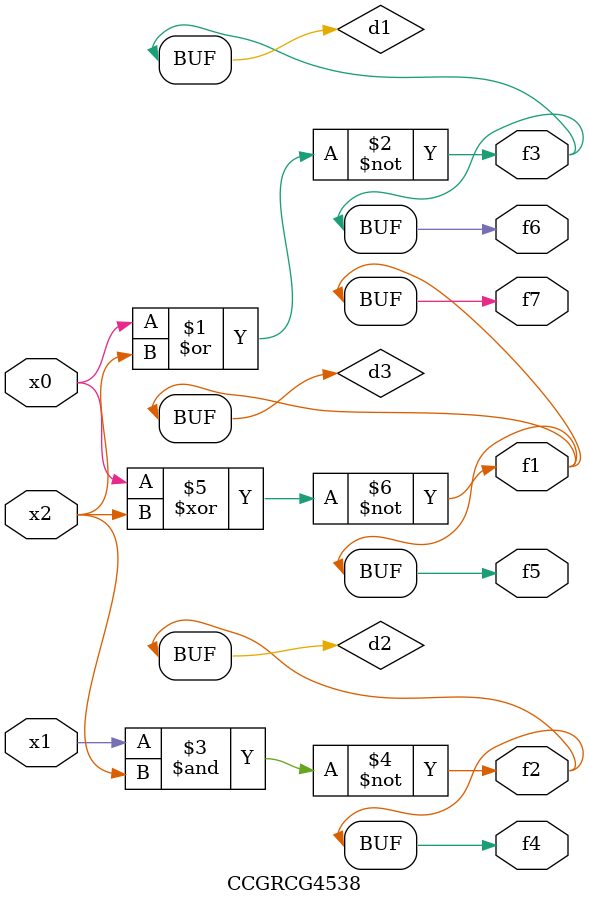
<source format=v>
module CCGRCG4538(
	input x0, x1, x2,
	output f1, f2, f3, f4, f5, f6, f7
);

	wire d1, d2, d3;

	nor (d1, x0, x2);
	nand (d2, x1, x2);
	xnor (d3, x0, x2);
	assign f1 = d3;
	assign f2 = d2;
	assign f3 = d1;
	assign f4 = d2;
	assign f5 = d3;
	assign f6 = d1;
	assign f7 = d3;
endmodule

</source>
